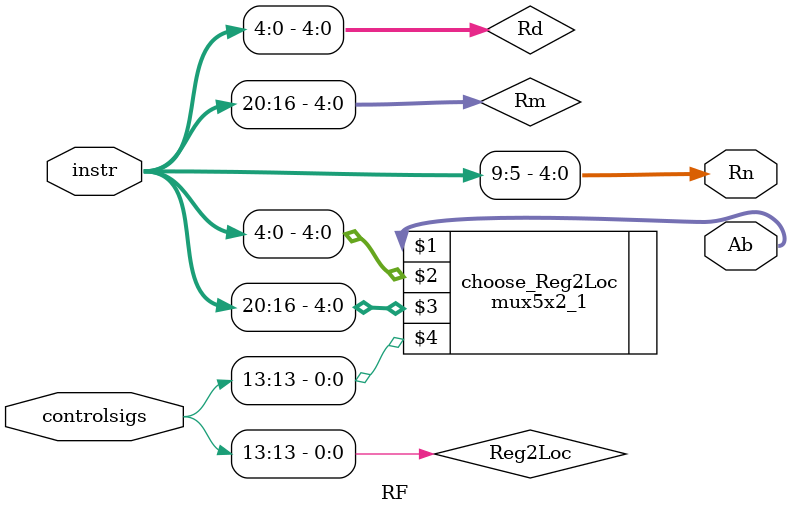
<source format=sv>
`timescale 1ns/10ps

module RF(Ab, Rn, instr, controlsigs);
	output logic [4:0] Rn, Ab;
	
	input logic [31:0] instr;
	input logic [13:0] controlsigs;
	
	logic Reg2Loc;
	logic [4:0] Rm, Rd;
	
	assign Reg2Loc = controlsigs[13];
	assign Rn = instr[9:5];
	assign Rm = instr[20:16];
	assign Rd = instr[4:0];
	
	mux5x2_1 choose_Reg2Loc(Ab, Rd, Rm, Reg2Loc);
endmodule
	
	
</source>
